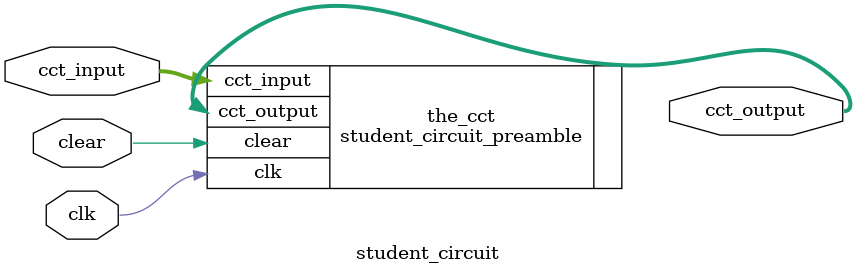
<source format=sv>
module student_circuit (
  input wire        clk, 
  input wire        clear,
  input wire  [7:0] cct_input,
  output wire [7:0] cct_output
);

/*  NB: It is strongly suggested that this module be organized so that all questions can be answered using a single quartus project. 
This can be done by answering the questions in separate modules, perhaps named student_circuit_Q1, student_circuit_Q2, student_circuit_Q3 and student_circuit_Q4, as shown below.  
Then one of these modules is instantiated within this module.  For example the answer to question 1, 2, 3, or 4 is answered by uncommenting the instantiation of interest and commenting all others.
 */

student_circuit_preamble the_cct (
// student_circuit_Q1 the_cct(			 
// student_circuit_Q2 the_cct(			 
// student_circuit_Q3 the_cct(		 
// student_circuit_Q4 the_cct(	
// student_circuit_Q5_the_cct(	 
  .clk(clk),
  .clear(clear),
  .cct_input(cct_input),
  .cct_output(cct_output) 
);  
  
endmodule

</source>
